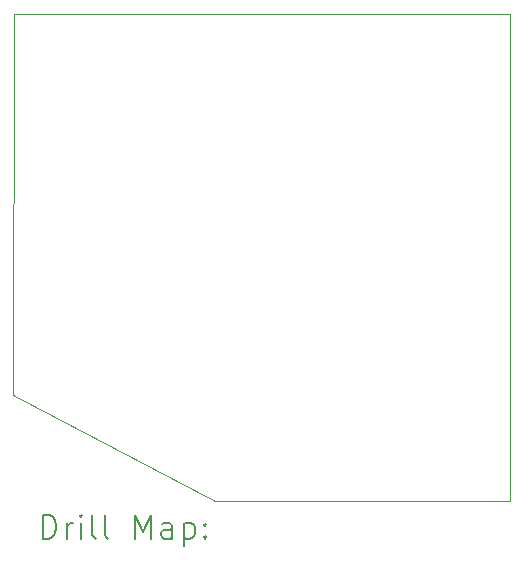
<source format=gbr>
%FSLAX45Y45*%
G04 Gerber Fmt 4.5, Leading zero omitted, Abs format (unit mm)*
G04 Created by KiCad (PCBNEW (6.0.5)) date 2023-03-06 18:53:06*
%MOMM*%
%LPD*%
G01*
G04 APERTURE LIST*
%TA.AperFunction,Profile*%
%ADD10C,0.100000*%
%TD*%
%ADD11C,0.200000*%
G04 APERTURE END LIST*
D10*
X10957560Y-8874760D02*
X6751320Y-8874760D01*
X10957560Y-13004800D02*
X10957560Y-8874760D01*
X8453120Y-13004800D02*
X10957560Y-13004800D01*
X6746240Y-12100560D02*
X8453120Y-13004800D01*
X6751320Y-8874760D02*
X6746240Y-12100560D01*
D11*
X6998859Y-13320276D02*
X6998859Y-13120276D01*
X7046478Y-13120276D01*
X7075049Y-13129800D01*
X7094097Y-13148848D01*
X7103621Y-13167895D01*
X7113145Y-13205990D01*
X7113145Y-13234562D01*
X7103621Y-13272657D01*
X7094097Y-13291705D01*
X7075049Y-13310752D01*
X7046478Y-13320276D01*
X6998859Y-13320276D01*
X7198859Y-13320276D02*
X7198859Y-13186943D01*
X7198859Y-13225038D02*
X7208383Y-13205990D01*
X7217907Y-13196467D01*
X7236954Y-13186943D01*
X7256002Y-13186943D01*
X7322668Y-13320276D02*
X7322668Y-13186943D01*
X7322668Y-13120276D02*
X7313145Y-13129800D01*
X7322668Y-13139324D01*
X7332192Y-13129800D01*
X7322668Y-13120276D01*
X7322668Y-13139324D01*
X7446478Y-13320276D02*
X7427430Y-13310752D01*
X7417907Y-13291705D01*
X7417907Y-13120276D01*
X7551240Y-13320276D02*
X7532192Y-13310752D01*
X7522668Y-13291705D01*
X7522668Y-13120276D01*
X7779811Y-13320276D02*
X7779811Y-13120276D01*
X7846478Y-13263133D01*
X7913145Y-13120276D01*
X7913145Y-13320276D01*
X8094097Y-13320276D02*
X8094097Y-13215514D01*
X8084573Y-13196467D01*
X8065526Y-13186943D01*
X8027430Y-13186943D01*
X8008383Y-13196467D01*
X8094097Y-13310752D02*
X8075049Y-13320276D01*
X8027430Y-13320276D01*
X8008383Y-13310752D01*
X7998859Y-13291705D01*
X7998859Y-13272657D01*
X8008383Y-13253609D01*
X8027430Y-13244086D01*
X8075049Y-13244086D01*
X8094097Y-13234562D01*
X8189335Y-13186943D02*
X8189335Y-13386943D01*
X8189335Y-13196467D02*
X8208383Y-13186943D01*
X8246478Y-13186943D01*
X8265526Y-13196467D01*
X8275049Y-13205990D01*
X8284573Y-13225038D01*
X8284573Y-13282181D01*
X8275049Y-13301228D01*
X8265526Y-13310752D01*
X8246478Y-13320276D01*
X8208383Y-13320276D01*
X8189335Y-13310752D01*
X8370288Y-13301228D02*
X8379811Y-13310752D01*
X8370288Y-13320276D01*
X8360764Y-13310752D01*
X8370288Y-13301228D01*
X8370288Y-13320276D01*
X8370288Y-13196467D02*
X8379811Y-13205990D01*
X8370288Y-13215514D01*
X8360764Y-13205990D01*
X8370288Y-13196467D01*
X8370288Y-13215514D01*
M02*

</source>
